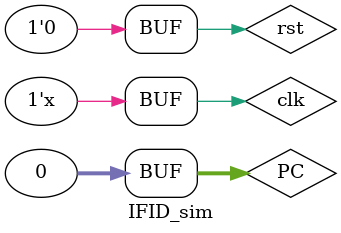
<source format=v>
`timescale 1ns / 1ps


module IFID_sim(

    );
    
    // IF signal
    // input
    reg                 clk = 1'b0;
    reg                 rst = 1'b0;
    reg     [31:0]      PC = 32'd0;
    
    // output
    wire                 PC_jmp;
    wire     [31:0]      PC_branch;      // the 3rd instruction
    
    wire     [31:0]      PC_plus4;
    wire     [31:0]      next_PC;
    wire     [31:0]      instruction;
    
    wire     [159:0]    decodeInstructionInfo;
    wire                stall;
    wire     [31:0]     rs1_v;
    wire     [31:0]     rs2_v;
    
    IF if_unit(
        .clk(clk),
        .rst(rst),
        .PC(PC),
        .PC_jmp(PC_jmp),
        .PC_branch(PC_branch),
        .PC_plus4(PC_plus4),
        .next_PC(next_PC),
        .instruction(instruction)
    );
    
    // ID signal
    
    ID id_unit(
    .NPC(next_PC),
    .IR(instruction),
    .clk(clk),
    .rst(rst),
    .wbRd(5'd0),
    .wbV(32'd0),
    .wb(1'b0),
    .decodeInstructionInfo(decodeInstructionInfo),
    .stall(stall),
    .newPC(PC_branch),
    .pcSel(PC_jump),
    .rs1_v(rs1_v),
    .rs2_v(rs2_v)
    );


    initial begin
        #100   rst = 1'b0;
        $monitor("at time %t,",$time, "d=%b,rs1=%b,rs2=%b", decodeInstructionInfo, rs1_v, rs2_v);
    end
    always #50 clk = ~clk;
    
endmodule

</source>
